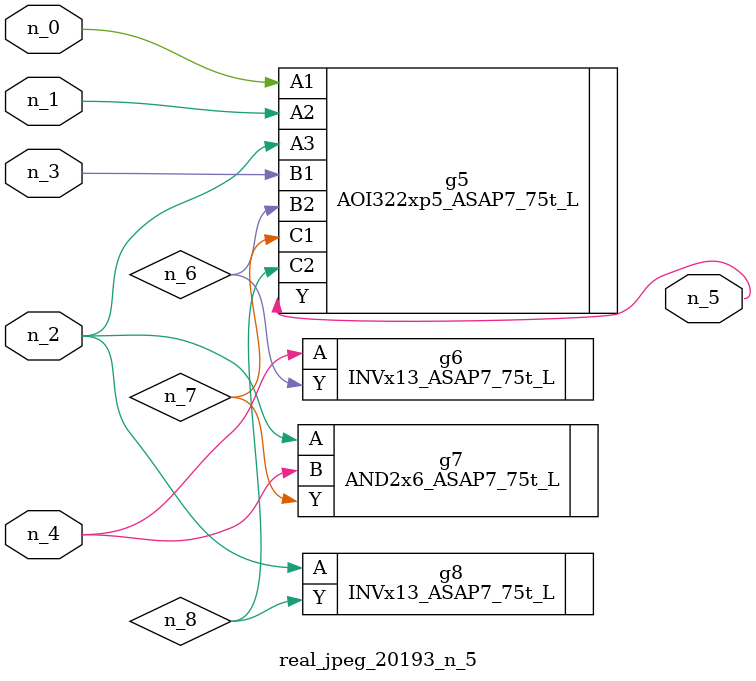
<source format=v>
module real_jpeg_20193_n_5 (n_4, n_0, n_1, n_2, n_3, n_5);

input n_4;
input n_0;
input n_1;
input n_2;
input n_3;

output n_5;

wire n_8;
wire n_6;
wire n_7;

AOI322xp5_ASAP7_75t_L g5 ( 
.A1(n_0),
.A2(n_1),
.A3(n_2),
.B1(n_3),
.B2(n_6),
.C1(n_7),
.C2(n_8),
.Y(n_5)
);

AND2x6_ASAP7_75t_L g7 ( 
.A(n_2),
.B(n_4),
.Y(n_7)
);

INVx13_ASAP7_75t_L g8 ( 
.A(n_2),
.Y(n_8)
);

INVx13_ASAP7_75t_L g6 ( 
.A(n_4),
.Y(n_6)
);


endmodule
</source>
